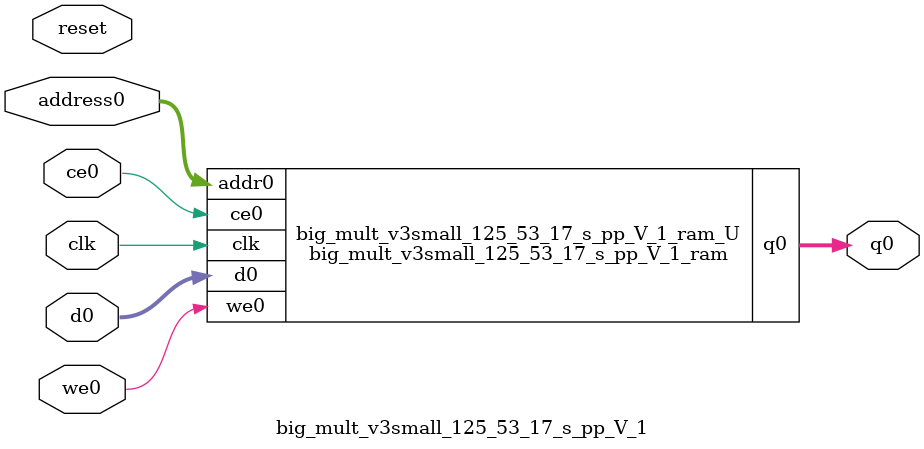
<source format=v>

`timescale 1 ns / 1 ps
module big_mult_v3small_125_53_17_s_pp_V_1_ram (addr0, ce0, d0, we0, q0,  clk);

parameter DWIDTH = 70;
parameter AWIDTH = 3;
parameter MEM_SIZE = 8;

input[AWIDTH-1:0] addr0;
input ce0;
input[DWIDTH-1:0] d0;
input we0;
output reg[DWIDTH-1:0] q0;
input clk;

(* ram_style = "distributed" *)reg [DWIDTH-1:0] ram[MEM_SIZE-1:0];




always @(posedge clk)  
begin 
    if (ce0) 
    begin
        if (we0) 
        begin 
            ram[addr0] <= d0; 
            q0 <= d0;
        end 
        else 
            q0 <= ram[addr0];
    end
end


endmodule


`timescale 1 ns / 1 ps
module big_mult_v3small_125_53_17_s_pp_V_1(
    reset,
    clk,
    address0,
    ce0,
    we0,
    d0,
    q0);

parameter DataWidth = 32'd70;
parameter AddressRange = 32'd8;
parameter AddressWidth = 32'd3;
input reset;
input clk;
input[AddressWidth - 1:0] address0;
input ce0;
input we0;
input[DataWidth - 1:0] d0;
output[DataWidth - 1:0] q0;




big_mult_v3small_125_53_17_s_pp_V_1_ram big_mult_v3small_125_53_17_s_pp_V_1_ram_U(
    .clk( clk ),
    .addr0( address0 ),
    .ce0( ce0 ),
    .d0( d0 ),
    .we0( we0 ),
    .q0( q0 ));

endmodule


</source>
